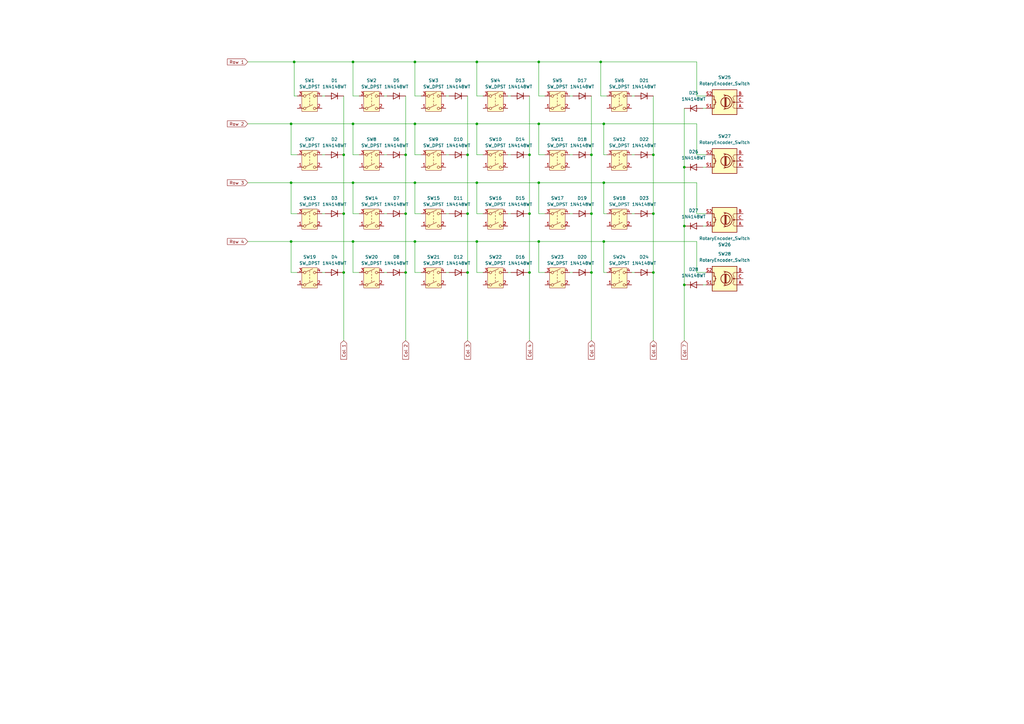
<source format=kicad_sch>
(kicad_sch (version 20231120) (generator "eeschema") (generator_version "8.0")
  (paper "A3")
  (lib_symbols
    (symbol "Device:RotaryEncoder_Switch" (pin_names (offset 0.254) hide)
      (property "Reference" "SW" (at 0 6.604 0))
      (property "Value" "RotaryEncoder_Switch" (at 0 -6.604 0))
      (symbol "RotaryEncoder_Switch_0_1"
        (rectangle (start -5.08 5.08) (end 5.08 -5.08) (stroke (width 0.254)) (fill (type background)))
        (circle (center -3.81 0) (radius 0.254) (fill (type outline)))
        (circle (center -0.381 0) (radius 1.905) (stroke (width 0.254)))
        (arc (start -0.381 2.667) (mid -3.0988 -0.0635) (end -0.381 -2.794) (stroke (width 0.254)))
        (polyline (pts (xy -0.635 -1.778) (xy -0.635 1.778)) (stroke (width 0.254)))
        (polyline (pts (xy -0.381 -1.778) (xy -0.381 1.778)) (stroke (width 0.254)))
        (polyline (pts (xy -0.127 1.778) (xy -0.127 -1.778)) (stroke (width 0.254)))
        (polyline (pts (xy 3.81 0) (xy 3.429 0)) (stroke (width 0.254)))
        (polyline (pts (xy 3.81 1.016) (xy 3.81 -1.016)) (stroke (width 0.254)))
        (polyline (pts (xy -5.08 -2.54) (xy -3.81 -2.54) (xy -3.81 -2.032)))
        (polyline (pts (xy -5.08 2.54) (xy -3.81 2.54) (xy -3.81 2.032)))
        (polyline (pts (xy 0.254 -3.048) (xy -0.508 -2.794) (xy 0.127 -2.413)) (stroke (width 0.254)))
        (polyline (pts (xy 0.254 2.921) (xy -0.508 2.667) (xy 0.127 2.286)) (stroke (width 0.254)))
        (polyline (pts (xy 5.08 -2.54) (xy 4.318 -2.54) (xy 4.318 -1.016)) (stroke (width 0.254)))
        (polyline (pts (xy 5.08 2.54) (xy 4.318 2.54) (xy 4.318 1.016)) (stroke (width 0.254)))
        (polyline (pts (xy -5.08 0) (xy -3.81 0) (xy -3.81 -1.016) (xy -3.302 -2.032)))
        (polyline (pts (xy -4.318 0) (xy -3.81 0) (xy -3.81 1.016) (xy -3.302 2.032)))
        (circle (center 4.318 -1.016) (radius 0.127) (stroke (width 0.254)))
        (circle (center 4.318 1.016) (radius 0.127) (stroke (width 0.254)))
      )
      (symbol "RotaryEncoder_Switch_1_1"
        (pin passive line (at -7.62 2.54 0) (length 2.54) (name "A") (number "A"))
        (pin passive line (at -7.62 -2.54 0) (length 2.54) (name "B") (number "B"))
        (pin passive line (at -7.62 0 0) (length 2.54) (name "C") (number "C"))
        (pin passive line (at 7.62 2.54 180) (length 2.54) (name "S1") (number "S1"))
        (pin passive line (at 7.62 -2.54 180) (length 2.54) (name "S2") (number "S2"))
      )
    )
    (symbol "Diode:1N4148WT" (pin_numbers hide) (pin_names hide)
      (property "Reference" "D" (at 0 2.54 0))
      (property "Value" "1N4148WT" (at 0 -2.54 0))
      (symbol "1N4148WT_0_1"
        (polyline (pts (xy -1.27 1.27) (xy -1.27 -1.27)) (stroke (width 0.254)))
        (polyline (pts (xy 1.27 0) (xy -1.27 0)))
        (polyline (pts (xy 1.27 1.27) (xy 1.27 -1.27) (xy -1.27 0) (xy 1.27 1.27)) (stroke (width 0.254)))
      )
      (symbol "1N4148WT_1_1"
        (pin passive line (at -3.81 0 0) (length 2.54) (name "K") (number "1"))
        (pin passive line (at 3.81 0 180) (length 2.54) (name "A") (number "2"))
      )
    )
    (symbol "Switch:SW_DPST" (pin_names (offset 0) hide)
      (property "Reference" "SW" (at 0 6.35 0))
      (property "Value" "SW_DPST" (at 0 -5.08 0))
      (symbol "SW_DPST_0_0"
        (circle (center -2.032 -2.54) (radius 0.508))
        (circle (center -2.032 2.54) (radius 0.508))
        (polyline (pts (xy -1.524 -2.286) (xy 1.27 -1.016)))
        (polyline (pts (xy -1.524 2.794) (xy 1.27 4.064)))
        (polyline (pts (xy 0 -1.27) (xy 0 -0.635)))
        (polyline (pts (xy 0 0) (xy 0 0.635)))
        (polyline (pts (xy 0 1.27) (xy 0 1.905)))
        (polyline (pts (xy 0 2.54) (xy 0 3.175)))
        (circle (center 2.032 -2.54) (radius 0.508))
        (circle (center 2.032 2.54) (radius 0.508))
      )
      (symbol "SW_DPST_1_1"
        (rectangle (start -3.175 4.445) (end 3.175 -3.81) (fill (type background)))
        (pin passive line (at -5.08 -2.54 0) (length 2.54) (name "1") (number "1"))
        (pin passive line (at 5.08 -2.54 180) (length 2.54) (name "2") (number "2"))
        (pin passive line (at -5.08 2.54 0) (length 2.54) (name "3") (number "3"))
        (pin passive line (at 5.08 2.54 180) (length 2.54) (name "4") (number "4"))
      )
    )
  )
  (junction (at 217.17 111.76))
  (junction (at 195.58 50.8))
  (junction (at 170.18 99.06))
  (junction (at 120.65 25.4))
  (junction (at 144.78 25.4))
  (junction (at 247.65 74.93))
  (junction (at 217.17 63.5))
  (junction (at 170.18 74.93))
  (junction (at 119.38 74.93))
  (junction (at 140.97 111.76))
  (junction (at 119.38 50.8))
  (junction (at 140.97 87.63))
  (junction (at 144.78 50.8))
  (junction (at 195.58 99.06))
  (junction (at 247.65 99.06))
  (junction (at 217.17 87.63))
  (junction (at 191.77 87.63))
  (junction (at 144.78 99.06))
  (junction (at 280.67 116.84))
  (junction (at 280.67 68.58))
  (junction (at 280.67 92.71))
  (junction (at 267.97 87.63))
  (junction (at 119.38 99.06))
  (junction (at 220.98 50.8))
  (junction (at 166.37 63.5))
  (junction (at 267.97 111.76))
  (junction (at 140.97 63.5))
  (junction (at 220.98 99.06))
  (junction (at 195.58 25.4))
  (junction (at 246.38 25.4))
  (junction (at 242.57 63.5))
  (junction (at 166.37 111.76))
  (junction (at 191.77 111.76))
  (junction (at 170.18 25.4))
  (junction (at 191.77 63.5))
  (junction (at 267.97 63.5))
  (junction (at 220.98 25.4))
  (junction (at 247.65 50.8))
  (junction (at 195.58 74.93))
  (junction (at 242.57 111.76))
  (junction (at 144.78 74.93))
  (junction (at 170.18 50.8))
  (junction (at 166.37 87.63))
  (junction (at 242.57 87.63))
  (junction (at 220.98 74.93))
  (wire (pts (xy 208.28 87.63) (xy 209.55 87.63)))
  (wire (pts (xy 170.18 99.06) (xy 170.18 111.76)))
  (wire (pts (xy 220.98 99.06) (xy 220.98 111.76)))
  (wire (pts (xy 170.18 25.4) (xy 170.18 39.37)))
  (wire (pts (xy 217.17 39.37) (xy 217.17 63.5)))
  (wire (pts (xy 259.08 87.63) (xy 260.35 87.63)))
  (wire (pts (xy 101.6 74.93) (xy 119.38 74.93)))
  (wire (pts (xy 101.6 99.06) (xy 119.38 99.06)))
  (wire (pts (xy 119.38 99.06) (xy 119.38 111.76)))
  (wire (pts (xy 223.52 63.5) (xy 220.98 63.5)))
  (wire (pts (xy 140.97 87.63) (xy 140.97 111.76)))
  (wire (pts (xy 101.6 50.8) (xy 119.38 50.8)))
  (wire (pts (xy 233.68 87.63) (xy 234.95 87.63)))
  (wire (pts (xy 242.57 87.63) (xy 242.57 111.76)))
  (wire (pts (xy 288.29 92.71) (xy 289.56 92.71)))
  (wire (pts (xy 267.97 111.76) (xy 267.97 139.7)))
  (wire (pts (xy 247.65 74.93) (xy 247.65 87.63)))
  (wire (pts (xy 195.58 74.93) (xy 195.58 87.63)))
  (wire (pts (xy 195.58 50.8) (xy 220.98 50.8)))
  (wire (pts (xy 288.29 116.84) (xy 289.56 116.84)))
  (wire (pts (xy 285.75 87.63) (xy 289.56 87.63)))
  (wire (pts (xy 166.37 87.63) (xy 166.37 111.76)))
  (wire (pts (xy 195.58 99.06) (xy 220.98 99.06)))
  (wire (pts (xy 132.08 39.37) (xy 133.35 39.37)))
  (wire (pts (xy 144.78 50.8) (xy 144.78 63.5)))
  (wire (pts (xy 220.98 25.4) (xy 220.98 39.37)))
  (wire (pts (xy 259.08 63.5) (xy 260.35 63.5)))
  (wire (pts (xy 195.58 25.4) (xy 220.98 25.4)))
  (wire (pts (xy 217.17 87.63) (xy 217.17 111.76)))
  (wire (pts (xy 259.08 111.76) (xy 260.35 111.76)))
  (wire (pts (xy 157.48 39.37) (xy 158.75 39.37)))
  (wire (pts (xy 172.72 39.37) (xy 170.18 39.37)))
  (wire (pts (xy 247.65 50.8) (xy 247.65 63.5)))
  (wire (pts (xy 223.52 87.63) (xy 220.98 87.63)))
  (wire (pts (xy 144.78 25.4) (xy 144.78 39.37)))
  (wire (pts (xy 132.08 63.5) (xy 133.35 63.5)))
  (wire (pts (xy 267.97 87.63) (xy 267.97 111.76)))
  (wire (pts (xy 285.75 39.37) (xy 289.56 39.37)))
  (wire (pts (xy 191.77 111.76) (xy 191.77 139.7)))
  (wire (pts (xy 144.78 74.93) (xy 144.78 87.63)))
  (wire (pts (xy 198.12 39.37) (xy 195.58 39.37)))
  (wire (pts (xy 208.28 39.37) (xy 209.55 39.37)))
  (wire (pts (xy 144.78 99.06) (xy 170.18 99.06)))
  (wire (pts (xy 267.97 63.5) (xy 267.97 87.63)))
  (wire (pts (xy 195.58 99.06) (xy 195.58 111.76)))
  (wire (pts (xy 223.52 111.76) (xy 220.98 111.76)))
  (wire (pts (xy 170.18 25.4) (xy 195.58 25.4)))
  (wire (pts (xy 247.65 111.76) (xy 248.92 111.76)))
  (wire (pts (xy 198.12 63.5) (xy 195.58 63.5)))
  (wire (pts (xy 182.88 63.5) (xy 184.15 63.5)))
  (wire (pts (xy 285.75 50.8) (xy 285.75 63.5)))
  (wire (pts (xy 285.75 74.93) (xy 285.75 87.63)))
  (wire (pts (xy 242.57 63.5) (xy 242.57 87.63)))
  (wire (pts (xy 157.48 87.63) (xy 158.75 87.63)))
  (wire (pts (xy 157.48 63.5) (xy 158.75 63.5)))
  (wire (pts (xy 172.72 111.76) (xy 170.18 111.76)))
  (wire (pts (xy 233.68 111.76) (xy 234.95 111.76)))
  (wire (pts (xy 170.18 74.93) (xy 170.18 87.63)))
  (wire (pts (xy 220.98 74.93) (xy 247.65 74.93)))
  (wire (pts (xy 140.97 111.76) (xy 140.97 139.7)))
  (wire (pts (xy 285.75 25.4) (xy 285.75 39.37)))
  (wire (pts (xy 132.08 87.63) (xy 133.35 87.63)))
  (wire (pts (xy 233.68 63.5) (xy 234.95 63.5)))
  (wire (pts (xy 182.88 39.37) (xy 184.15 39.37)))
  (wire (pts (xy 144.78 99.06) (xy 144.78 111.76)))
  (wire (pts (xy 191.77 87.63) (xy 191.77 111.76)))
  (wire (pts (xy 144.78 74.93) (xy 170.18 74.93)))
  (wire (pts (xy 147.32 111.76) (xy 144.78 111.76)))
  (wire (pts (xy 248.92 39.37) (xy 246.38 39.37)))
  (wire (pts (xy 220.98 74.93) (xy 220.98 87.63)))
  (wire (pts (xy 259.08 39.37) (xy 260.35 39.37)))
  (wire (pts (xy 246.38 25.4) (xy 285.75 25.4)))
  (wire (pts (xy 120.65 25.4) (xy 144.78 25.4)))
  (wire (pts (xy 157.48 111.76) (xy 158.75 111.76)))
  (wire (pts (xy 247.65 63.5) (xy 248.92 63.5)))
  (wire (pts (xy 182.88 87.63) (xy 184.15 87.63)))
  (wire (pts (xy 170.18 50.8) (xy 170.18 63.5)))
  (wire (pts (xy 198.12 87.63) (xy 195.58 87.63)))
  (wire (pts (xy 208.28 111.76) (xy 209.55 111.76)))
  (wire (pts (xy 233.68 39.37) (xy 234.95 39.37)))
  (wire (pts (xy 172.72 63.5) (xy 170.18 63.5)))
  (wire (pts (xy 208.28 63.5) (xy 209.55 63.5)))
  (wire (pts (xy 217.17 111.76) (xy 217.17 139.7)))
  (wire (pts (xy 119.38 74.93) (xy 119.38 87.63)))
  (wire (pts (xy 120.65 25.4) (xy 120.65 39.37)))
  (wire (pts (xy 119.38 50.8) (xy 119.38 63.5)))
  (wire (pts (xy 220.98 50.8) (xy 220.98 63.5)))
  (wire (pts (xy 121.92 87.63) (xy 119.38 87.63)))
  (wire (pts (xy 166.37 39.37) (xy 166.37 63.5)))
  (wire (pts (xy 119.38 50.8) (xy 144.78 50.8)))
  (wire (pts (xy 172.72 87.63) (xy 170.18 87.63)))
  (wire (pts (xy 144.78 25.4) (xy 170.18 25.4)))
  (wire (pts (xy 246.38 25.4) (xy 246.38 39.37)))
  (wire (pts (xy 147.32 87.63) (xy 144.78 87.63)))
  (wire (pts (xy 247.65 99.06) (xy 247.65 111.76)))
  (wire (pts (xy 147.32 39.37) (xy 144.78 39.37)))
  (wire (pts (xy 280.67 116.84) (xy 280.67 139.7)))
  (wire (pts (xy 247.65 50.8) (xy 285.75 50.8)))
  (wire (pts (xy 220.98 99.06) (xy 247.65 99.06)))
  (wire (pts (xy 280.67 44.45) (xy 280.67 68.58)))
  (wire (pts (xy 223.52 39.37) (xy 220.98 39.37)))
  (wire (pts (xy 166.37 111.76) (xy 166.37 139.7)))
  (wire (pts (xy 285.75 99.06) (xy 285.75 111.76)))
  (wire (pts (xy 280.67 68.58) (xy 280.67 92.71)))
  (wire (pts (xy 247.65 74.93) (xy 285.75 74.93)))
  (wire (pts (xy 101.6 25.4) (xy 120.65 25.4)))
  (wire (pts (xy 220.98 50.8) (xy 247.65 50.8)))
  (wire (pts (xy 220.98 25.4) (xy 246.38 25.4)))
  (wire (pts (xy 285.75 63.5) (xy 289.56 63.5)))
  (wire (pts (xy 170.18 74.93) (xy 195.58 74.93)))
  (wire (pts (xy 247.65 87.63) (xy 248.92 87.63)))
  (wire (pts (xy 140.97 39.37) (xy 140.97 63.5)))
  (wire (pts (xy 198.12 111.76) (xy 195.58 111.76)))
  (wire (pts (xy 140.97 63.5) (xy 140.97 87.63)))
  (wire (pts (xy 242.57 111.76) (xy 242.57 139.7)))
  (wire (pts (xy 280.67 92.71) (xy 280.67 116.84)))
  (wire (pts (xy 182.88 111.76) (xy 184.15 111.76)))
  (wire (pts (xy 170.18 99.06) (xy 195.58 99.06)))
  (wire (pts (xy 120.65 39.37) (xy 121.92 39.37)))
  (wire (pts (xy 147.32 63.5) (xy 144.78 63.5)))
  (wire (pts (xy 170.18 50.8) (xy 195.58 50.8)))
  (wire (pts (xy 288.29 68.58) (xy 289.56 68.58)))
  (wire (pts (xy 121.92 63.5) (xy 119.38 63.5)))
  (wire (pts (xy 121.92 111.76) (xy 119.38 111.76)))
  (wire (pts (xy 242.57 39.37) (xy 242.57 63.5)))
  (wire (pts (xy 195.58 50.8) (xy 195.58 63.5)))
  (wire (pts (xy 195.58 74.93) (xy 220.98 74.93)))
  (wire (pts (xy 217.17 63.5) (xy 217.17 87.63)))
  (wire (pts (xy 119.38 99.06) (xy 144.78 99.06)))
  (wire (pts (xy 247.65 99.06) (xy 285.75 99.06)))
  (wire (pts (xy 285.75 111.76) (xy 289.56 111.76)))
  (wire (pts (xy 195.58 25.4) (xy 195.58 39.37)))
  (wire (pts (xy 166.37 63.5) (xy 166.37 87.63)))
  (wire (pts (xy 119.38 74.93) (xy 144.78 74.93)))
  (wire (pts (xy 144.78 50.8) (xy 170.18 50.8)))
  (wire (pts (xy 288.29 44.45) (xy 289.56 44.45)))
  (wire (pts (xy 132.08 111.76) (xy 133.35 111.76)))
  (wire (pts (xy 191.77 63.5) (xy 191.77 87.63)))
  (wire (pts (xy 191.77 39.37) (xy 191.77 63.5)))
  (wire (pts (xy 267.97 39.37) (xy 267.97 63.5)))
  (global_label "Col 3" (shape input) (at 191.77 139.7 270) (property "Intersheetrefs" "${INTERSHEET_REFS}" (effects (hide yes))))
  (global_label "Col 4" (shape input) (at 217.17 139.7 270) (property "Intersheetrefs" "${INTERSHEET_REFS}" (effects (hide yes))))
  (global_label "Col 1" (shape input) (at 140.97 139.7 270) (property "Intersheetrefs" "${INTERSHEET_REFS}" (effects (hide yes))))
  (global_label "Row 4" (shape input) (at 101.6 99.06 180) (property "Intersheetrefs" "${INTERSHEET_REFS}" (effects (hide yes))))
  (global_label "Col 7" (shape input) (at 280.67 139.7 270) (property "Intersheetrefs" "${INTERSHEET_REFS}" (effects (hide yes))))
  (global_label "Row 3" (shape input) (at 101.6 74.93 180) (property "Intersheetrefs" "${INTERSHEET_REFS}" (effects (hide yes))))
  (global_label "Col 6" (shape input) (at 267.97 139.7 270) (property "Intersheetrefs" "${INTERSHEET_REFS}" (effects (hide yes))))
  (global_label "Col 2" (shape input) (at 166.37 139.7 270) (property "Intersheetrefs" "${INTERSHEET_REFS}" (effects (hide yes))))
  (global_label "Col 5" (shape input) (at 242.57 139.7 270) (property "Intersheetrefs" "${INTERSHEET_REFS}" (effects (hide yes))))
  (global_label "Row 2" (shape input) (at 101.6 50.8 180) (property "Intersheetrefs" "${INTERSHEET_REFS}" (effects (hide yes))))
  (global_label "Row 1" (shape input) (at 101.6 25.4 180) (property "Intersheetrefs" "${INTERSHEET_REFS}" (effects (hide yes))))
  (symbol (lib_id "Diode:1N4148WT") (at 264.16 63.5 180) (unit 1)
    (property "Reference" "D22" (at 264.16 57.15 0))
    (property "Value" "1N4148WT" (at 264.16 59.69 0))
    (property "Footprint" "Diode_SMD:D_SOD-523" (effects (hide yes)))
    (property "Datasheet" "https://www.diodes.com/assets/Datasheets/ds30396.pdf" (effects (hide yes)))
    (property "Description" "75V 0.15A Fast switching Diode, SOD-523" (effects (hide yes)))
    (property "Sim.Device" "D" (effects (hide yes)))
    (property "Sim.Pins" "1=K 2=A" (effects (hide yes)))
  )
  (symbol (lib_id "Switch:SW_DPST") (at 203.2 66.04 0) (unit 1)
    (property "Reference" "SW10" (at 203.2 57.15 0))
    (property "Value" "SW_DPST" (at 203.2 59.69 0))
    (property "Description" "Double Pole Single Throw (DPST) Switch" (effects (hide yes)))
  )
  (symbol (lib_id "Diode:1N4148WT") (at 162.56 111.76 180) (unit 1)
    (property "Reference" "D8" (at 162.56 105.41 0))
    (property "Value" "1N4148WT" (at 162.56 107.95 0))
    (property "Footprint" "Diode_SMD:D_SOD-523" (effects (hide yes)))
    (property "Datasheet" "https://www.diodes.com/assets/Datasheets/ds30396.pdf" (effects (hide yes)))
    (property "Description" "75V 0.15A Fast switching Diode, SOD-523" (effects (hide yes)))
    (property "Sim.Device" "D" (effects (hide yes)))
    (property "Sim.Pins" "1=K 2=A" (effects (hide yes)))
  )
  (symbol (lib_id "Switch:SW_DPST") (at 127 66.04 0) (unit 1)
    (property "Reference" "SW7" (at 127 57.15 0))
    (property "Value" "SW_DPST" (at 127 59.69 0))
    (property "Description" "Double Pole Single Throw (DPST) Switch" (effects (hide yes)))
  )
  (symbol (lib_id "Diode:1N4148WT") (at 187.96 39.37 180) (unit 1)
    (property "Reference" "D9" (at 187.96 33.02 0))
    (property "Value" "1N4148WT" (at 187.96 35.56 0))
    (property "Footprint" "Diode_SMD:D_SOD-523" (effects (hide yes)))
    (property "Datasheet" "https://www.diodes.com/assets/Datasheets/ds30396.pdf" (effects (hide yes)))
    (property "Description" "75V 0.15A Fast switching Diode, SOD-523" (effects (hide yes)))
    (property "Sim.Device" "D" (effects (hide yes)))
    (property "Sim.Pins" "1=K 2=A" (effects (hide yes)))
  )
  (symbol (lib_id "Switch:SW_DPST") (at 177.8 114.3 0) (unit 1)
    (property "Reference" "SW21" (at 177.8 105.41 0))
    (property "Value" "SW_DPST" (at 177.8 107.95 0))
    (property "Description" "Double Pole Single Throw (DPST) Switch" (effects (hide yes)))
  )
  (symbol (lib_id "Switch:SW_DPST") (at 177.8 66.04 0) (unit 1)
    (property "Reference" "SW9" (at 177.8 57.15 0))
    (property "Value" "SW_DPST" (at 177.8 59.69 0))
    (property "Description" "Double Pole Single Throw (DPST) Switch" (effects (hide yes)))
  )
  (symbol (lib_id "Switch:SW_DPST") (at 127 41.91 0) (unit 1)
    (property "Reference" "SW1" (at 127 33.02 0))
    (property "Value" "SW_DPST" (at 127 35.56 0))
    (property "Description" "Double Pole Single Throw (DPST) Switch" (effects (hide yes)))
  )
  (symbol (lib_id "Device:RotaryEncoder_Switch") (at 297.18 41.91 180) (unit 1)
    (property "Reference" "SW25" (at 297.18 31.75 0))
    (property "Value" "RotaryEncoder_Switch" (at 297.18 34.29 0))
    (property "Description" "Rotary encoder, dual channel, incremental quadrate outputs, with switch" (effects (hide yes)))
  )
  (symbol (lib_id "Diode:1N4148WT") (at 213.36 63.5 180) (unit 1)
    (property "Reference" "D14" (at 213.36 57.15 0))
    (property "Value" "1N4148WT" (at 213.36 59.69 0))
    (property "Footprint" "Diode_SMD:D_SOD-523" (effects (hide yes)))
    (property "Datasheet" "https://www.diodes.com/assets/Datasheets/ds30396.pdf" (effects (hide yes)))
    (property "Description" "75V 0.15A Fast switching Diode, SOD-523" (effects (hide yes)))
    (property "Sim.Device" "D" (effects (hide yes)))
    (property "Sim.Pins" "1=K 2=A" (effects (hide yes)))
  )
  (symbol (lib_id "Diode:1N4148WT") (at 238.76 39.37 180) (unit 1)
    (property "Reference" "D17" (at 238.76 33.02 0))
    (property "Value" "1N4148WT" (at 238.76 35.56 0))
    (property "Footprint" "Diode_SMD:D_SOD-523" (effects (hide yes)))
    (property "Datasheet" "https://www.diodes.com/assets/Datasheets/ds30396.pdf" (effects (hide yes)))
    (property "Description" "75V 0.15A Fast switching Diode, SOD-523" (effects (hide yes)))
    (property "Sim.Device" "D" (effects (hide yes)))
    (property "Sim.Pins" "1=K 2=A" (effects (hide yes)))
  )
  (symbol (lib_id "Switch:SW_DPST") (at 254 66.04 0) (unit 1)
    (property "Reference" "SW12" (at 254 57.15 0))
    (property "Value" "SW_DPST" (at 254 59.69 0))
    (property "Description" "Double Pole Single Throw (DPST) Switch" (effects (hide yes)))
  )
  (symbol (lib_id "Diode:1N4148WT") (at 137.16 63.5 180) (unit 1)
    (property "Reference" "D2" (at 137.16 57.15 0))
    (property "Value" "1N4148WT" (at 137.16 59.69 0))
    (property "Footprint" "Diode_SMD:D_SOD-523" (effects (hide yes)))
    (property "Datasheet" "https://www.diodes.com/assets/Datasheets/ds30396.pdf" (effects (hide yes)))
    (property "Description" "75V 0.15A Fast switching Diode, SOD-523" (effects (hide yes)))
    (property "Sim.Device" "D" (effects (hide yes)))
    (property "Sim.Pins" "1=K 2=A" (effects (hide yes)))
  )
  (symbol (lib_id "Switch:SW_DPST") (at 152.4 41.91 0) (unit 1)
    (property "Reference" "SW2" (at 152.4 33.02 0))
    (property "Value" "SW_DPST" (at 152.4 35.56 0))
    (property "Description" "Double Pole Single Throw (DPST) Switch" (effects (hide yes)))
  )
  (symbol (lib_id "Diode:1N4148WT") (at 264.16 111.76 180) (unit 1)
    (property "Reference" "D24" (at 264.16 105.41 0))
    (property "Value" "1N4148WT" (at 264.16 107.95 0))
    (property "Footprint" "Diode_SMD:D_SOD-523" (effects (hide yes)))
    (property "Datasheet" "https://www.diodes.com/assets/Datasheets/ds30396.pdf" (effects (hide yes)))
    (property "Description" "75V 0.15A Fast switching Diode, SOD-523" (effects (hide yes)))
    (property "Sim.Device" "D" (effects (hide yes)))
    (property "Sim.Pins" "1=K 2=A" (effects (hide yes)))
  )
  (symbol (lib_id "Diode:1N4148WT") (at 187.96 111.76 180) (unit 1)
    (property "Reference" "D12" (at 187.96 105.41 0))
    (property "Value" "1N4148WT" (at 187.96 107.95 0))
    (property "Footprint" "Diode_SMD:D_SOD-523" (effects (hide yes)))
    (property "Datasheet" "https://www.diodes.com/assets/Datasheets/ds30396.pdf" (effects (hide yes)))
    (property "Description" "75V 0.15A Fast switching Diode, SOD-523" (effects (hide yes)))
    (property "Sim.Device" "D" (effects (hide yes)))
    (property "Sim.Pins" "1=K 2=A" (effects (hide yes)))
  )
  (symbol (lib_id "Switch:SW_DPST") (at 228.6 114.3 0) (unit 1)
    (property "Reference" "SW23" (at 228.6 105.41 0))
    (property "Value" "SW_DPST" (at 228.6 107.95 0))
    (property "Description" "Double Pole Single Throw (DPST) Switch" (effects (hide yes)))
  )
  (symbol (lib_id "Diode:1N4148WT") (at 213.36 111.76 180) (unit 1)
    (property "Reference" "D16" (at 213.36 105.41 0))
    (property "Value" "1N4148WT" (at 213.36 107.95 0))
    (property "Footprint" "Diode_SMD:D_SOD-523" (effects (hide yes)))
    (property "Datasheet" "https://www.diodes.com/assets/Datasheets/ds30396.pdf" (effects (hide yes)))
    (property "Description" "75V 0.15A Fast switching Diode, SOD-523" (effects (hide yes)))
    (property "Sim.Device" "D" (effects (hide yes)))
    (property "Sim.Pins" "1=K 2=A" (effects (hide yes)))
  )
  (symbol (lib_id "Switch:SW_DPST") (at 203.2 41.91 0) (unit 1)
    (property "Reference" "SW4" (at 203.2 33.02 0))
    (property "Value" "SW_DPST" (at 203.2 35.56 0))
    (property "Description" "Double Pole Single Throw (DPST) Switch" (effects (hide yes)))
  )
  (symbol (lib_id "Diode:1N4148WT") (at 187.96 87.63 180) (unit 1)
    (property "Reference" "D11" (at 187.96 81.28 0))
    (property "Value" "1N4148WT" (at 187.96 83.82 0))
    (property "Footprint" "Diode_SMD:D_SOD-523" (effects (hide yes)))
    (property "Datasheet" "https://www.diodes.com/assets/Datasheets/ds30396.pdf" (effects (hide yes)))
    (property "Description" "75V 0.15A Fast switching Diode, SOD-523" (effects (hide yes)))
    (property "Sim.Device" "D" (effects (hide yes)))
    (property "Sim.Pins" "1=K 2=A" (effects (hide yes)))
  )
  (symbol (lib_id "Diode:1N4148WT") (at 213.36 87.63 180) (unit 1)
    (property "Reference" "D15" (at 213.36 81.28 0))
    (property "Value" "1N4148WT" (at 213.36 83.82 0))
    (property "Footprint" "Diode_SMD:D_SOD-523" (effects (hide yes)))
    (property "Datasheet" "https://www.diodes.com/assets/Datasheets/ds30396.pdf" (effects (hide yes)))
    (property "Description" "75V 0.15A Fast switching Diode, SOD-523" (effects (hide yes)))
    (property "Sim.Device" "D" (effects (hide yes)))
    (property "Sim.Pins" "1=K 2=A" (effects (hide yes)))
  )
  (symbol (lib_id "Diode:1N4148WT") (at 162.56 63.5 180) (unit 1)
    (property "Reference" "D6" (at 162.56 57.15 0))
    (property "Value" "1N4148WT" (at 162.56 59.69 0))
    (property "Footprint" "Diode_SMD:D_SOD-523" (effects (hide yes)))
    (property "Datasheet" "https://www.diodes.com/assets/Datasheets/ds30396.pdf" (effects (hide yes)))
    (property "Description" "75V 0.15A Fast switching Diode, SOD-523" (effects (hide yes)))
    (property "Sim.Device" "D" (effects (hide yes)))
    (property "Sim.Pins" "1=K 2=A" (effects (hide yes)))
  )
  (symbol (lib_id "Switch:SW_DPST") (at 228.6 41.91 0) (unit 1)
    (property "Reference" "SW5" (at 228.6 33.02 0))
    (property "Value" "SW_DPST" (at 228.6 35.56 0))
    (property "Description" "Double Pole Single Throw (DPST) Switch" (effects (hide yes)))
  )
  (symbol (lib_id "Switch:SW_DPST") (at 254 41.91 0) (unit 1)
    (property "Reference" "SW6" (at 254 33.02 0))
    (property "Value" "SW_DPST" (at 254 35.56 0))
    (property "Description" "Double Pole Single Throw (DPST) Switch" (effects (hide yes)))
  )
  (symbol (lib_id "Device:RotaryEncoder_Switch") (at 297.18 114.3 180) (unit 1)
    (property "Reference" "SW28" (at 297.18 104.14 0))
    (property "Value" "RotaryEncoder_Switch" (at 297.18 106.68 0))
    (property "Description" "Rotary encoder, dual channel, incremental quadrate outputs, with switch" (effects (hide yes)))
  )
  (symbol (lib_id "Device:RotaryEncoder_Switch") (at 297.18 66.04 180) (unit 1)
    (property "Reference" "SW27" (at 297.18 55.88 0))
    (property "Value" "RotaryEncoder_Switch" (at 297.18 58.42 0))
    (property "Description" "Rotary encoder, dual channel, incremental quadrate outputs, with switch" (effects (hide yes)))
  )
  (symbol (lib_id "Diode:1N4148WT") (at 187.96 63.5 180) (unit 1)
    (property "Reference" "D10" (at 187.96 57.15 0))
    (property "Value" "1N4148WT" (at 187.96 59.69 0))
    (property "Footprint" "Diode_SMD:D_SOD-523" (effects (hide yes)))
    (property "Datasheet" "https://www.diodes.com/assets/Datasheets/ds30396.pdf" (effects (hide yes)))
    (property "Description" "75V 0.15A Fast switching Diode, SOD-523" (effects (hide yes)))
    (property "Sim.Device" "D" (effects (hide yes)))
    (property "Sim.Pins" "1=K 2=A" (effects (hide yes)))
  )
  (symbol (lib_id "Switch:SW_DPST") (at 152.4 114.3 0) (unit 1)
    (property "Reference" "SW20" (at 152.4 105.41 0))
    (property "Value" "SW_DPST" (at 152.4 107.95 0))
    (property "Description" "Double Pole Single Throw (DPST) Switch" (effects (hide yes)))
  )
  (symbol (lib_id "Switch:SW_DPST") (at 177.8 41.91 0) (unit 1)
    (property "Reference" "SW3" (at 177.8 33.02 0))
    (property "Value" "SW_DPST" (at 177.8 35.56 0))
    (property "Description" "Double Pole Single Throw (DPST) Switch" (effects (hide yes)))
  )
  (symbol (lib_id "Diode:1N4148WT") (at 238.76 63.5 180) (unit 1)
    (property "Reference" "D18" (at 238.76 57.15 0))
    (property "Value" "1N4148WT" (at 238.76 59.69 0))
    (property "Footprint" "Diode_SMD:D_SOD-523" (effects (hide yes)))
    (property "Datasheet" "https://www.diodes.com/assets/Datasheets/ds30396.pdf" (effects (hide yes)))
    (property "Description" "75V 0.15A Fast switching Diode, SOD-523" (effects (hide yes)))
    (property "Sim.Device" "D" (effects (hide yes)))
    (property "Sim.Pins" "1=K 2=A" (effects (hide yes)))
  )
  (symbol (lib_id "Diode:1N4148WT") (at 162.56 39.37 180) (unit 1)
    (property "Reference" "D5" (at 162.56 33.02 0))
    (property "Value" "1N4148WT" (at 162.56 35.56 0))
    (property "Footprint" "Diode_SMD:D_SOD-523" (effects (hide yes)))
    (property "Datasheet" "https://www.diodes.com/assets/Datasheets/ds30396.pdf" (effects (hide yes)))
    (property "Description" "75V 0.15A Fast switching Diode, SOD-523" (effects (hide yes)))
    (property "Sim.Device" "D" (effects (hide yes)))
    (property "Sim.Pins" "1=K 2=A" (effects (hide yes)))
  )
  (symbol (lib_id "Diode:1N4148WT") (at 264.16 87.63 180) (unit 1)
    (property "Reference" "D23" (at 264.16 81.28 0))
    (property "Value" "1N4148WT" (at 264.16 83.82 0))
    (property "Footprint" "Diode_SMD:D_SOD-523" (effects (hide yes)))
    (property "Datasheet" "https://www.diodes.com/assets/Datasheets/ds30396.pdf" (effects (hide yes)))
    (property "Description" "75V 0.15A Fast switching Diode, SOD-523" (effects (hide yes)))
    (property "Sim.Device" "D" (effects (hide yes)))
    (property "Sim.Pins" "1=K 2=A" (effects (hide yes)))
  )
  (symbol (lib_id "Diode:1N4148WT") (at 284.48 92.71 0) (unit 1)
    (property "Reference" "D27" (at 284.48 86.36 0))
    (property "Value" "1N4148WT" (at 284.48 88.9 0))
    (property "Footprint" "Diode_SMD:D_SOD-523" (effects (hide yes)))
    (property "Datasheet" "https://www.diodes.com/assets/Datasheets/ds30396.pdf" (effects (hide yes)))
    (property "Description" "75V 0.15A Fast switching Diode, SOD-523" (effects (hide yes)))
    (property "Sim.Device" "D" (effects (hide yes)))
    (property "Sim.Pins" "1=K 2=A" (effects (hide yes)))
  )
  (symbol (lib_id "Diode:1N4148WT") (at 238.76 111.76 180) (unit 1)
    (property "Reference" "D20" (at 238.76 105.41 0))
    (property "Value" "1N4148WT" (at 238.76 107.95 0))
    (property "Footprint" "Diode_SMD:D_SOD-523" (effects (hide yes)))
    (property "Datasheet" "https://www.diodes.com/assets/Datasheets/ds30396.pdf" (effects (hide yes)))
    (property "Description" "75V 0.15A Fast switching Diode, SOD-523" (effects (hide yes)))
    (property "Sim.Device" "D" (effects (hide yes)))
    (property "Sim.Pins" "1=K 2=A" (effects (hide yes)))
  )
  (symbol (lib_id "Diode:1N4148WT") (at 137.16 87.63 180) (unit 1)
    (property "Reference" "D3" (at 137.16 81.28 0))
    (property "Value" "1N4148WT" (at 137.16 83.82 0))
    (property "Footprint" "Diode_SMD:D_SOD-523" (effects (hide yes)))
    (property "Datasheet" "https://www.diodes.com/assets/Datasheets/ds30396.pdf" (effects (hide yes)))
    (property "Description" "75V 0.15A Fast switching Diode, SOD-523" (effects (hide yes)))
    (property "Sim.Device" "D" (effects (hide yes)))
    (property "Sim.Pins" "1=K 2=A" (effects (hide yes)))
  )
  (symbol (lib_id "Switch:SW_DPST") (at 203.2 90.17 0) (unit 1)
    (property "Reference" "SW16" (at 203.2 81.28 0))
    (property "Value" "SW_DPST" (at 203.2 83.82 0))
    (property "Description" "Double Pole Single Throw (DPST) Switch" (effects (hide yes)))
  )
  (symbol (lib_id "Diode:1N4148WT") (at 264.16 39.37 180) (unit 1)
    (property "Reference" "D21" (at 264.16 33.02 0))
    (property "Value" "1N4148WT" (at 264.16 35.56 0))
    (property "Footprint" "Diode_SMD:D_SOD-523" (effects (hide yes)))
    (property "Datasheet" "https://www.diodes.com/assets/Datasheets/ds30396.pdf" (effects (hide yes)))
    (property "Description" "75V 0.15A Fast switching Diode, SOD-523" (effects (hide yes)))
    (property "Sim.Device" "D" (effects (hide yes)))
    (property "Sim.Pins" "1=K 2=A" (effects (hide yes)))
  )
  (symbol (lib_id "Switch:SW_DPST") (at 152.4 66.04 0) (unit 1)
    (property "Reference" "SW8" (at 152.4 57.15 0))
    (property "Value" "SW_DPST" (at 152.4 59.69 0))
    (property "Description" "Double Pole Single Throw (DPST) Switch" (effects (hide yes)))
  )
  (symbol (lib_id "Switch:SW_DPST") (at 228.6 90.17 0) (unit 1)
    (property "Reference" "SW17" (at 228.6 81.28 0))
    (property "Value" "SW_DPST" (at 228.6 83.82 0))
    (property "Description" "Double Pole Single Throw (DPST) Switch" (effects (hide yes)))
  )
  (symbol (lib_id "Diode:1N4148WT") (at 284.48 116.84 0) (unit 1)
    (property "Reference" "D28" (at 284.48 110.49 0))
    (property "Value" "1N4148WT" (at 284.48 113.03 0))
    (property "Footprint" "Diode_SMD:D_SOD-523" (effects (hide yes)))
    (property "Datasheet" "https://www.diodes.com/assets/Datasheets/ds30396.pdf" (effects (hide yes)))
    (property "Description" "75V 0.15A Fast switching Diode, SOD-523" (effects (hide yes)))
    (property "Sim.Device" "D" (effects (hide yes)))
    (property "Sim.Pins" "1=K 2=A" (effects (hide yes)))
  )
  (symbol (lib_id "Diode:1N4148WT") (at 238.76 87.63 180) (unit 1)
    (property "Reference" "D19" (at 238.76 81.28 0))
    (property "Value" "1N4148WT" (at 238.76 83.82 0))
    (property "Footprint" "Diode_SMD:D_SOD-523" (effects (hide yes)))
    (property "Datasheet" "https://www.diodes.com/assets/Datasheets/ds30396.pdf" (effects (hide yes)))
    (property "Description" "75V 0.15A Fast switching Diode, SOD-523" (effects (hide yes)))
    (property "Sim.Device" "D" (effects (hide yes)))
    (property "Sim.Pins" "1=K 2=A" (effects (hide yes)))
  )
  (symbol (lib_id "Diode:1N4148WT") (at 137.16 111.76 180) (unit 1)
    (property "Reference" "D4" (at 137.16 105.41 0))
    (property "Value" "1N4148WT" (at 137.16 107.95 0))
    (property "Footprint" "Diode_SMD:D_SOD-523" (effects (hide yes)))
    (property "Datasheet" "https://www.diodes.com/assets/Datasheets/ds30396.pdf" (effects (hide yes)))
    (property "Description" "75V 0.15A Fast switching Diode, SOD-523" (effects (hide yes)))
    (property "Sim.Device" "D" (effects (hide yes)))
    (property "Sim.Pins" "1=K 2=A" (effects (hide yes)))
  )
  (symbol (lib_id "Device:RotaryEncoder_Switch") (at 297.18 90.17 180) (unit 1)
    (property "Reference" "SW26" (at 297.18 100.33 0))
    (property "Value" "RotaryEncoder_Switch" (at 297.18 97.79 0))
    (property "Description" "Rotary encoder, dual channel, incremental quadrate outputs, with switch" (effects (hide yes)))
  )
  (symbol (lib_id "Diode:1N4148WT") (at 162.56 87.63 180) (unit 1)
    (property "Reference" "D7" (at 162.56 81.28 0))
    (property "Value" "1N4148WT" (at 162.56 83.82 0))
    (property "Footprint" "Diode_SMD:D_SOD-523" (effects (hide yes)))
    (property "Datasheet" "https://www.diodes.com/assets/Datasheets/ds30396.pdf" (effects (hide yes)))
    (property "Description" "75V 0.15A Fast switching Diode, SOD-523" (effects (hide yes)))
    (property "Sim.Device" "D" (effects (hide yes)))
    (property "Sim.Pins" "1=K 2=A" (effects (hide yes)))
  )
  (symbol (lib_id "Diode:1N4148WT") (at 284.48 44.45 0) (unit 1)
    (property "Reference" "D25" (at 284.48 38.1 0))
    (property "Value" "1N4148WT" (at 284.48 40.64 0))
    (property "Footprint" "Diode_SMD:D_SOD-523" (effects (hide yes)))
    (property "Datasheet" "https://www.diodes.com/assets/Datasheets/ds30396.pdf" (effects (hide yes)))
    (property "Description" "75V 0.15A Fast switching Diode, SOD-523" (effects (hide yes)))
    (property "Sim.Device" "D" (effects (hide yes)))
    (property "Sim.Pins" "1=K 2=A" (effects (hide yes)))
  )
  (symbol (lib_id "Switch:SW_DPST") (at 152.4 90.17 0) (unit 1)
    (property "Reference" "SW14" (at 152.4 81.28 0))
    (property "Value" "SW_DPST" (at 152.4 83.82 0))
    (property "Description" "Double Pole Single Throw (DPST) Switch" (effects (hide yes)))
  )
  (symbol (lib_id "Diode:1N4148WT") (at 137.16 39.37 180) (unit 1)
    (property "Reference" "D1" (at 137.16 33.02 0))
    (property "Value" "1N4148WT" (at 137.16 35.56 0))
    (property "Footprint" "Diode_SMD:D_SOD-523" (effects (hide yes)))
    (property "Datasheet" "https://www.diodes.com/assets/Datasheets/ds30396.pdf" (effects (hide yes)))
    (property "Description" "75V 0.15A Fast switching Diode, SOD-523" (effects (hide yes)))
    (property "Sim.Device" "D" (effects (hide yes)))
    (property "Sim.Pins" "1=K 2=A" (effects (hide yes)))
  )
  (symbol (lib_id "Diode:1N4148WT") (at 284.48 68.58 0) (unit 1)
    (property "Reference" "D26" (at 284.48 62.23 0))
    (property "Value" "1N4148WT" (at 284.48 64.77 0))
    (property "Footprint" "Diode_SMD:D_SOD-523" (effects (hide yes)))
    (property "Datasheet" "https://www.diodes.com/assets/Datasheets/ds30396.pdf" (effects (hide yes)))
    (property "Description" "75V 0.15A Fast switching Diode, SOD-523" (effects (hide yes)))
    (property "Sim.Device" "D" (effects (hide yes)))
    (property "Sim.Pins" "1=K 2=A" (effects (hide yes)))
  )
  (symbol (lib_id "Switch:SW_DPST") (at 254 114.3 0) (unit 1)
    (property "Reference" "SW24" (at 254 105.41 0))
    (property "Value" "SW_DPST" (at 254 107.95 0))
    (property "Description" "Double Pole Single Throw (DPST) Switch" (effects (hide yes)))
  )
  (symbol (lib_id "Diode:1N4148WT") (at 213.36 39.37 180) (unit 1)
    (property "Reference" "D13" (at 213.36 33.02 0))
    (property "Value" "1N4148WT" (at 213.36 35.56 0))
    (property "Footprint" "Diode_SMD:D_SOD-523" (effects (hide yes)))
    (property "Datasheet" "https://www.diodes.com/assets/Datasheets/ds30396.pdf" (effects (hide yes)))
    (property "Description" "75V 0.15A Fast switching Diode, SOD-523" (effects (hide yes)))
    (property "Sim.Device" "D" (effects (hide yes)))
    (property "Sim.Pins" "1=K 2=A" (effects (hide yes)))
  )
  (symbol (lib_id "Switch:SW_DPST") (at 127 114.3 0) (unit 1)
    (property "Reference" "SW19" (at 127 105.41 0))
    (property "Value" "SW_DPST" (at 127 107.95 0))
    (property "Description" "Double Pole Single Throw (DPST) Switch" (effects (hide yes)))
  )
  (symbol (lib_id "Switch:SW_DPST") (at 177.8 90.17 0) (unit 1)
    (property "Reference" "SW15" (at 177.8 81.28 0))
    (property "Value" "SW_DPST" (at 177.8 83.82 0))
    (property "Description" "Double Pole Single Throw (DPST) Switch" (effects (hide yes)))
  )
  (symbol (lib_id "Switch:SW_DPST") (at 127 90.17 0) (unit 1)
    (property "Reference" "SW13" (at 127 81.28 0))
    (property "Value" "SW_DPST" (at 127 83.82 0))
    (property "Description" "Double Pole Single Throw (DPST) Switch" (effects (hide yes)))
  )
  (symbol (lib_id "Switch:SW_DPST") (at 254 90.17 0) (unit 1)
    (property "Reference" "SW18" (at 254 81.28 0))
    (property "Value" "SW_DPST" (at 254 83.82 0))
    (property "Description" "Double Pole Single Throw (DPST) Switch" (effects (hide yes)))
  )
  (symbol (lib_id "Switch:SW_DPST") (at 203.2 114.3 0) (unit 1)
    (property "Reference" "SW22" (at 203.2 105.41 0))
    (property "Value" "SW_DPST" (at 203.2 107.95 0))
    (property "Description" "Double Pole Single Throw (DPST) Switch" (effects (hide yes)))
  )
  (symbol (lib_id "Switch:SW_DPST") (at 228.6 66.04 0) (unit 1)
    (property "Reference" "SW11" (at 228.6 57.15 0))
    (property "Value" "SW_DPST" (at 228.6 59.69 0))
    (property "Description" "Double Pole Single Throw (DPST) Switch" (effects (hide yes)))
  )
)
</source>
